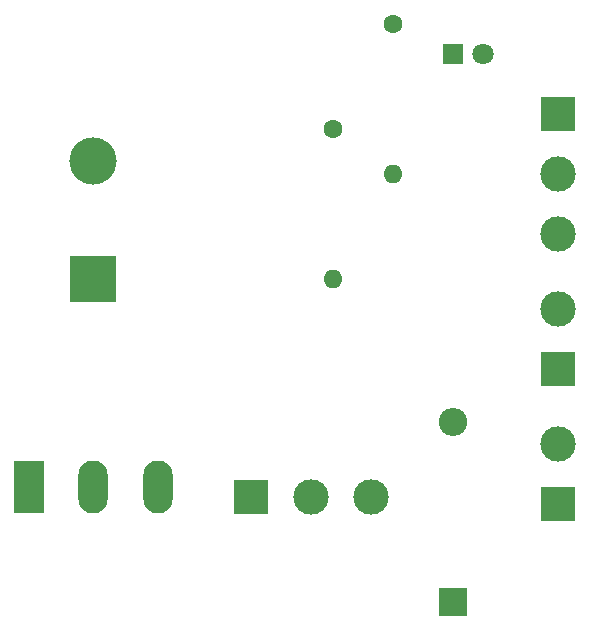
<source format=gbs>
%TF.GenerationSoftware,KiCad,Pcbnew,(6.0.9)*%
%TF.CreationDate,2022-12-04T21:38:45+11:00*%
%TF.ProjectId,Coilgun 1.3,436f696c-6775-46e2-9031-2e332e6b6963,1.3*%
%TF.SameCoordinates,Original*%
%TF.FileFunction,Soldermask,Bot*%
%TF.FilePolarity,Negative*%
%FSLAX46Y46*%
G04 Gerber Fmt 4.6, Leading zero omitted, Abs format (unit mm)*
G04 Created by KiCad (PCBNEW (6.0.9)) date 2022-12-04 21:38:45*
%MOMM*%
%LPD*%
G01*
G04 APERTURE LIST*
%ADD10R,2.400000X2.400000*%
%ADD11O,2.400000X2.400000*%
%ADD12C,1.600000*%
%ADD13O,1.600000X1.600000*%
%ADD14R,1.800000X1.800000*%
%ADD15C,1.800000*%
%ADD16R,3.000000X3.000000*%
%ADD17C,3.000000*%
%ADD18R,4.000000X4.000000*%
%ADD19C,4.000000*%
%ADD20R,2.500000X4.500000*%
%ADD21O,2.500000X4.500000*%
G04 APERTURE END LIST*
D10*
%TO.C,D3*%
X180975000Y-113665000D03*
D11*
X180975000Y-98425000D03*
%TD*%
D12*
%TO.C,R1*%
X170815000Y-73660000D03*
D13*
X170815000Y-86360000D03*
%TD*%
D14*
%TO.C,D1*%
X180975000Y-67310000D03*
D15*
X183515000Y-67310000D03*
%TD*%
D16*
%TO.C,J1*%
X189865000Y-72390000D03*
D17*
X189865000Y-77470000D03*
X189865000Y-82550000D03*
%TD*%
D12*
%TO.C,R2*%
X175895000Y-64770000D03*
D13*
X175895000Y-77470000D03*
%TD*%
D16*
%TO.C,J3*%
X189865000Y-93980000D03*
D17*
X189865000Y-88900000D03*
%TD*%
%TO.C,J4*%
X189865000Y-100330000D03*
D16*
X189865000Y-105410000D03*
%TD*%
D18*
%TO.C,C1*%
X150495000Y-86345499D03*
D19*
X150495000Y-76345499D03*
%TD*%
D20*
%TO.C,D2*%
X145045000Y-103960000D03*
D21*
X150495000Y-103960000D03*
X155945000Y-103960000D03*
%TD*%
D16*
%TO.C,J2*%
X163830000Y-104775000D03*
D17*
X168910000Y-104775000D03*
X173990000Y-104775000D03*
%TD*%
M02*

</source>
